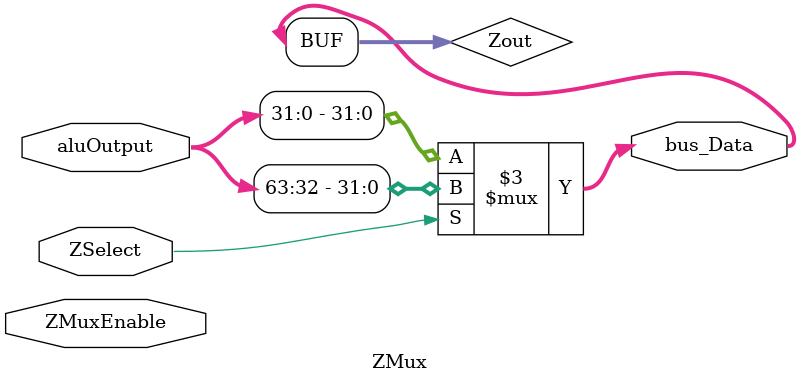
<source format=v>
module ZMux(
    // ZMux Inputs
	input wire [63:0] aluOutput,
	input wire ZSelect,
	input wire ZMuxEnable,

    // ZMux Output
	output wire [31:0] bus_Data
);

// Temp variable to pass the output to 'bus_Data'
reg [31:0] Zout;

always @ (ZMuxEnable) begin
	if (ZSelect) begin
		Zout = aluOutput[63:32];
	end
	else begin
		Zout = aluOutput[31:0];
	end
end
assign bus_Data = Zout;
endmodule
</source>
